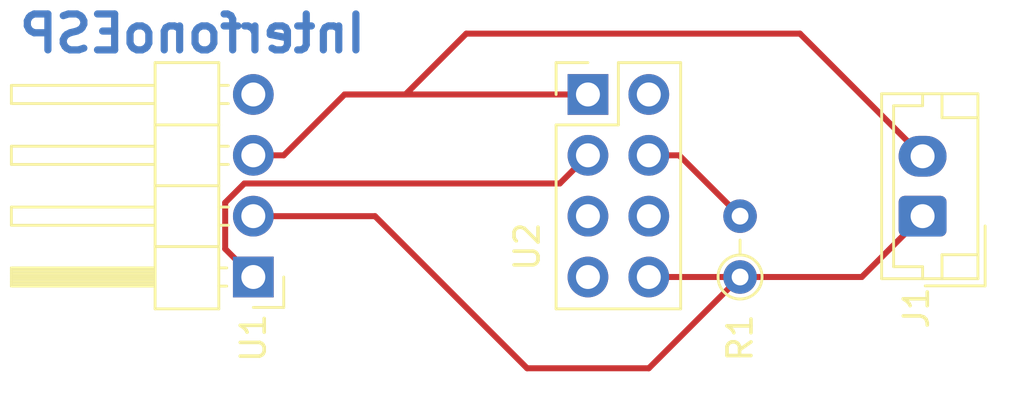
<source format=kicad_pcb>
(kicad_pcb (version 20171130) (host pcbnew "(5.1.7)-1")

  (general
    (thickness 1.6)
    (drawings 1)
    (tracks 21)
    (zones 0)
    (modules 4)
    (nets 10)
  )

  (page A4)
  (layers
    (0 F.Cu signal)
    (31 B.Cu signal)
    (32 B.Adhes user)
    (33 F.Adhes user)
    (34 B.Paste user)
    (35 F.Paste user)
    (36 B.SilkS user)
    (37 F.SilkS user)
    (38 B.Mask user)
    (39 F.Mask user)
    (40 Dwgs.User user)
    (41 Cmts.User user)
    (42 Eco1.User user)
    (43 Eco2.User user)
    (44 Edge.Cuts user)
    (45 Margin user)
    (46 B.CrtYd user)
    (47 F.CrtYd user)
    (48 B.Fab user)
    (49 F.Fab user)
  )

  (setup
    (last_trace_width 0.25)
    (trace_clearance 0.2)
    (zone_clearance 0.508)
    (zone_45_only no)
    (trace_min 0.2)
    (via_size 0.8)
    (via_drill 0.4)
    (via_min_size 0.4)
    (via_min_drill 0.3)
    (uvia_size 0.3)
    (uvia_drill 0.1)
    (uvias_allowed no)
    (uvia_min_size 0.2)
    (uvia_min_drill 0.1)
    (edge_width 0.05)
    (segment_width 0.2)
    (pcb_text_width 0.3)
    (pcb_text_size 1.5 1.5)
    (mod_edge_width 0.12)
    (mod_text_size 1 1)
    (mod_text_width 0.15)
    (pad_size 1.524 1.524)
    (pad_drill 0.762)
    (pad_to_mask_clearance 0)
    (aux_axis_origin 0 0)
    (visible_elements FFFFFF7F)
    (pcbplotparams
      (layerselection 0x010fc_ffffffff)
      (usegerberextensions false)
      (usegerberattributes true)
      (usegerberadvancedattributes true)
      (creategerberjobfile true)
      (excludeedgelayer true)
      (linewidth 0.100000)
      (plotframeref false)
      (viasonmask false)
      (mode 1)
      (useauxorigin false)
      (hpglpennumber 1)
      (hpglpenspeed 20)
      (hpglpendiameter 15.000000)
      (psnegative false)
      (psa4output false)
      (plotreference true)
      (plotvalue true)
      (plotinvisibletext false)
      (padsonsilk false)
      (subtractmaskfromsilk false)
      (outputformat 1)
      (mirror false)
      (drillshape 1)
      (scaleselection 1)
      (outputdirectory ""))
  )

  (net 0 "")
  (net 1 "Net-(J1-Pad1)")
  (net 2 "Net-(J1-Pad2)")
  (net 3 "Net-(R1-Pad2)")
  (net 4 "Net-(U1-Pad1)")
  (net 5 "Net-(U1-Pad4)")
  (net 6 "Net-(U2-Pad5)")
  (net 7 "Net-(U2-Pad7)")
  (net 8 "Net-(U2-Pad2)")
  (net 9 "Net-(U2-Pad6)")

  (net_class Default "This is the default net class."
    (clearance 0.2)
    (trace_width 0.25)
    (via_dia 0.8)
    (via_drill 0.4)
    (uvia_dia 0.3)
    (uvia_drill 0.1)
    (add_net "Net-(J1-Pad1)")
    (add_net "Net-(J1-Pad2)")
    (add_net "Net-(R1-Pad2)")
    (add_net "Net-(U1-Pad1)")
    (add_net "Net-(U1-Pad4)")
    (add_net "Net-(U2-Pad2)")
    (add_net "Net-(U2-Pad5)")
    (add_net "Net-(U2-Pad6)")
    (add_net "Net-(U2-Pad7)")
  )

  (module Connector_PinHeader_2.54mm:PinHeader_2x04_P2.54mm_Vertical (layer F.Cu) (tedit 59FED5CC) (tstamp 5FA1C56B)
    (at 158.75 91.44)
    (descr "Through hole straight pin header, 2x04, 2.54mm pitch, double rows")
    (tags "Through hole pin header THT 2x04 2.54mm double row")
    (path /5FA1D174)
    (fp_text reference U2 (at -2.54 6.35 90) (layer F.SilkS)
      (effects (font (size 1 1) (thickness 0.15)))
    )
    (fp_text value ESP-01 (at 1.27 10.16) (layer F.Fab)
      (effects (font (size 1 1) (thickness 0.15)))
    )
    (fp_line (start 4.35 -1.8) (end -1.8 -1.8) (layer F.CrtYd) (width 0.05))
    (fp_line (start 4.35 9.4) (end 4.35 -1.8) (layer F.CrtYd) (width 0.05))
    (fp_line (start -1.8 9.4) (end 4.35 9.4) (layer F.CrtYd) (width 0.05))
    (fp_line (start -1.8 -1.8) (end -1.8 9.4) (layer F.CrtYd) (width 0.05))
    (fp_line (start -1.33 -1.33) (end 0 -1.33) (layer F.SilkS) (width 0.12))
    (fp_line (start -1.33 0) (end -1.33 -1.33) (layer F.SilkS) (width 0.12))
    (fp_line (start 1.27 -1.33) (end 3.87 -1.33) (layer F.SilkS) (width 0.12))
    (fp_line (start 1.27 1.27) (end 1.27 -1.33) (layer F.SilkS) (width 0.12))
    (fp_line (start -1.33 1.27) (end 1.27 1.27) (layer F.SilkS) (width 0.12))
    (fp_line (start 3.87 -1.33) (end 3.87 8.95) (layer F.SilkS) (width 0.12))
    (fp_line (start -1.33 1.27) (end -1.33 8.95) (layer F.SilkS) (width 0.12))
    (fp_line (start -1.33 8.95) (end 3.87 8.95) (layer F.SilkS) (width 0.12))
    (fp_line (start -1.27 0) (end 0 -1.27) (layer F.Fab) (width 0.1))
    (fp_line (start -1.27 8.89) (end -1.27 0) (layer F.Fab) (width 0.1))
    (fp_line (start 3.81 8.89) (end -1.27 8.89) (layer F.Fab) (width 0.1))
    (fp_line (start 3.81 -1.27) (end 3.81 8.89) (layer F.Fab) (width 0.1))
    (fp_line (start 0 -1.27) (end 3.81 -1.27) (layer F.Fab) (width 0.1))
    (pad 1 thru_hole rect (at 0 0) (size 1.7 1.7) (drill 1) (layers *.Cu *.Mask)
      (net 2 "Net-(J1-Pad2)"))
    (pad 2 thru_hole oval (at 2.54 0) (size 1.7 1.7) (drill 1) (layers *.Cu *.Mask)
      (net 8 "Net-(U2-Pad2)"))
    (pad 3 thru_hole oval (at 0 2.54) (size 1.7 1.7) (drill 1) (layers *.Cu *.Mask)
      (net 4 "Net-(U1-Pad1)"))
    (pad 4 thru_hole oval (at 2.54 2.54) (size 1.7 1.7) (drill 1) (layers *.Cu *.Mask)
      (net 3 "Net-(R1-Pad2)"))
    (pad 5 thru_hole oval (at 0 5.08) (size 1.7 1.7) (drill 1) (layers *.Cu *.Mask)
      (net 6 "Net-(U2-Pad5)"))
    (pad 6 thru_hole oval (at 2.54 5.08) (size 1.7 1.7) (drill 1) (layers *.Cu *.Mask)
      (net 9 "Net-(U2-Pad6)"))
    (pad 7 thru_hole oval (at 0 7.62) (size 1.7 1.7) (drill 1) (layers *.Cu *.Mask)
      (net 7 "Net-(U2-Pad7)"))
    (pad 8 thru_hole oval (at 2.54 7.62) (size 1.7 1.7) (drill 1) (layers *.Cu *.Mask)
      (net 1 "Net-(J1-Pad1)"))
    (model ${KISYS3DMOD}/Connector_PinHeader_2.54mm.3dshapes/PinHeader_2x04_P2.54mm_Vertical.wrl
      (at (xyz 0 0 0))
      (scale (xyz 1 1 1))
      (rotate (xyz 0 0 0))
    )
  )

  (module Connector_JST:JST_EH_B2B-EH-A_1x02_P2.50mm_Vertical (layer F.Cu) (tedit 5C28142C) (tstamp 5FA1C4F1)
    (at 172.72 96.52 90)
    (descr "JST EH series connector, B2B-EH-A (http://www.jst-mfg.com/product/pdf/eng/eEH.pdf), generated with kicad-footprint-generator")
    (tags "connector JST EH vertical")
    (path /5FA20957)
    (fp_text reference J1 (at -3.83 -0.26 90) (layer F.SilkS)
      (effects (font (size 1 1) (thickness 0.15)))
    )
    (fp_text value Conn_01x02_Female (at 1.25 3.4 90) (layer F.Fab)
      (effects (font (size 1 1) (thickness 0.15)))
    )
    (fp_line (start -2.91 2.61) (end -0.41 2.61) (layer F.Fab) (width 0.1))
    (fp_line (start -2.91 0.11) (end -2.91 2.61) (layer F.Fab) (width 0.1))
    (fp_line (start -2.91 2.61) (end -0.41 2.61) (layer F.SilkS) (width 0.12))
    (fp_line (start -2.91 0.11) (end -2.91 2.61) (layer F.SilkS) (width 0.12))
    (fp_line (start 4.11 0.81) (end 4.11 2.31) (layer F.SilkS) (width 0.12))
    (fp_line (start 5.11 0.81) (end 4.11 0.81) (layer F.SilkS) (width 0.12))
    (fp_line (start -1.61 0.81) (end -1.61 2.31) (layer F.SilkS) (width 0.12))
    (fp_line (start -2.61 0.81) (end -1.61 0.81) (layer F.SilkS) (width 0.12))
    (fp_line (start 4.61 0) (end 5.11 0) (layer F.SilkS) (width 0.12))
    (fp_line (start 4.61 -1.21) (end 4.61 0) (layer F.SilkS) (width 0.12))
    (fp_line (start -2.11 -1.21) (end 4.61 -1.21) (layer F.SilkS) (width 0.12))
    (fp_line (start -2.11 0) (end -2.11 -1.21) (layer F.SilkS) (width 0.12))
    (fp_line (start -2.61 0) (end -2.11 0) (layer F.SilkS) (width 0.12))
    (fp_line (start 5.11 -1.71) (end -2.61 -1.71) (layer F.SilkS) (width 0.12))
    (fp_line (start 5.11 2.31) (end 5.11 -1.71) (layer F.SilkS) (width 0.12))
    (fp_line (start -2.61 2.31) (end 5.11 2.31) (layer F.SilkS) (width 0.12))
    (fp_line (start -2.61 -1.71) (end -2.61 2.31) (layer F.SilkS) (width 0.12))
    (fp_line (start 5.5 -2.1) (end -3 -2.1) (layer F.CrtYd) (width 0.05))
    (fp_line (start 5.5 2.7) (end 5.5 -2.1) (layer F.CrtYd) (width 0.05))
    (fp_line (start -3 2.7) (end 5.5 2.7) (layer F.CrtYd) (width 0.05))
    (fp_line (start -3 -2.1) (end -3 2.7) (layer F.CrtYd) (width 0.05))
    (fp_line (start 5 -1.6) (end -2.5 -1.6) (layer F.Fab) (width 0.1))
    (fp_line (start 5 2.2) (end 5 -1.6) (layer F.Fab) (width 0.1))
    (fp_line (start -2.5 2.2) (end 5 2.2) (layer F.Fab) (width 0.1))
    (fp_line (start -2.5 -1.6) (end -2.5 2.2) (layer F.Fab) (width 0.1))
    (pad 1 thru_hole roundrect (at 0 0 90) (size 1.7 2) (drill 1) (layers *.Cu *.Mask) (roundrect_rratio 0.147059)
      (net 1 "Net-(J1-Pad1)"))
    (pad 2 thru_hole oval (at 2.5 0 90) (size 1.7 2) (drill 1) (layers *.Cu *.Mask)
      (net 2 "Net-(J1-Pad2)"))
    (model ${KISYS3DMOD}/Connector_JST.3dshapes/JST_EH_B2B-EH-A_1x02_P2.50mm_Vertical.wrl
      (at (xyz 0 0 0))
      (scale (xyz 1 1 1))
      (rotate (xyz 0 0 0))
    )
  )

  (module Resistor_THT:R_Axial_DIN0204_L3.6mm_D1.6mm_P2.54mm_Vertical (layer F.Cu) (tedit 5AE5139B) (tstamp 5FA1C500)
    (at 165.1 99.06 90)
    (descr "Resistor, Axial_DIN0204 series, Axial, Vertical, pin pitch=2.54mm, 0.167W, length*diameter=3.6*1.6mm^2, http://cdn-reichelt.de/documents/datenblatt/B400/1_4W%23YAG.pdf")
    (tags "Resistor Axial_DIN0204 series Axial Vertical pin pitch 2.54mm 0.167W length 3.6mm diameter 1.6mm")
    (path /5FA224A3)
    (fp_text reference R1 (at -2.54 0 90) (layer F.SilkS)
      (effects (font (size 1 1) (thickness 0.15)))
    )
    (fp_text value 10K (at -2.54 1.92 90) (layer F.Fab)
      (effects (font (size 1 1) (thickness 0.15)))
    )
    (fp_line (start 3.49 -1.05) (end -1.05 -1.05) (layer F.CrtYd) (width 0.05))
    (fp_line (start 3.49 1.05) (end 3.49 -1.05) (layer F.CrtYd) (width 0.05))
    (fp_line (start -1.05 1.05) (end 3.49 1.05) (layer F.CrtYd) (width 0.05))
    (fp_line (start -1.05 -1.05) (end -1.05 1.05) (layer F.CrtYd) (width 0.05))
    (fp_line (start 0.92 0) (end 1.54 0) (layer F.SilkS) (width 0.12))
    (fp_line (start 0 0) (end 2.54 0) (layer F.Fab) (width 0.1))
    (fp_circle (center 0 0) (end 0.92 0) (layer F.SilkS) (width 0.12))
    (fp_circle (center 0 0) (end 0.8 0) (layer F.Fab) (width 0.1))
    (pad 1 thru_hole circle (at 0 0 90) (size 1.4 1.4) (drill 0.7) (layers *.Cu *.Mask)
      (net 1 "Net-(J1-Pad1)"))
    (pad 2 thru_hole oval (at 2.54 0 90) (size 1.4 1.4) (drill 0.7) (layers *.Cu *.Mask)
      (net 3 "Net-(R1-Pad2)"))
    (model ${KISYS3DMOD}/Resistor_THT.3dshapes/R_Axial_DIN0204_L3.6mm_D1.6mm_P2.54mm_Vertical.wrl
      (at (xyz 0 0 0))
      (scale (xyz 1 1 1))
      (rotate (xyz 0 0 0))
    )
  )

  (module Connector_PinHeader_2.54mm:PinHeader_1x04_P2.54mm_Horizontal (layer F.Cu) (tedit 59FED5CB) (tstamp 5FA1C54D)
    (at 144.78 99.06 180)
    (descr "Through hole angled pin header, 1x04, 2.54mm pitch, 6mm pin length, single row")
    (tags "Through hole angled pin header THT 1x04 2.54mm single row")
    (path /5FA1E83C)
    (fp_text reference U1 (at 0 -2.54 90) (layer F.SilkS)
      (effects (font (size 1 1) (thickness 0.15)))
    )
    (fp_text value KY-038 (at -2.54 -2.54 90) (layer F.Fab)
      (effects (font (size 1 1) (thickness 0.15)))
    )
    (fp_line (start 10.55 -1.8) (end -1.8 -1.8) (layer F.CrtYd) (width 0.05))
    (fp_line (start 10.55 9.4) (end 10.55 -1.8) (layer F.CrtYd) (width 0.05))
    (fp_line (start -1.8 9.4) (end 10.55 9.4) (layer F.CrtYd) (width 0.05))
    (fp_line (start -1.8 -1.8) (end -1.8 9.4) (layer F.CrtYd) (width 0.05))
    (fp_line (start -1.27 -1.27) (end 0 -1.27) (layer F.SilkS) (width 0.12))
    (fp_line (start -1.27 0) (end -1.27 -1.27) (layer F.SilkS) (width 0.12))
    (fp_line (start 1.042929 8) (end 1.44 8) (layer F.SilkS) (width 0.12))
    (fp_line (start 1.042929 7.24) (end 1.44 7.24) (layer F.SilkS) (width 0.12))
    (fp_line (start 10.1 8) (end 4.1 8) (layer F.SilkS) (width 0.12))
    (fp_line (start 10.1 7.24) (end 10.1 8) (layer F.SilkS) (width 0.12))
    (fp_line (start 4.1 7.24) (end 10.1 7.24) (layer F.SilkS) (width 0.12))
    (fp_line (start 1.44 6.35) (end 4.1 6.35) (layer F.SilkS) (width 0.12))
    (fp_line (start 1.042929 5.46) (end 1.44 5.46) (layer F.SilkS) (width 0.12))
    (fp_line (start 1.042929 4.7) (end 1.44 4.7) (layer F.SilkS) (width 0.12))
    (fp_line (start 10.1 5.46) (end 4.1 5.46) (layer F.SilkS) (width 0.12))
    (fp_line (start 10.1 4.7) (end 10.1 5.46) (layer F.SilkS) (width 0.12))
    (fp_line (start 4.1 4.7) (end 10.1 4.7) (layer F.SilkS) (width 0.12))
    (fp_line (start 1.44 3.81) (end 4.1 3.81) (layer F.SilkS) (width 0.12))
    (fp_line (start 1.042929 2.92) (end 1.44 2.92) (layer F.SilkS) (width 0.12))
    (fp_line (start 1.042929 2.16) (end 1.44 2.16) (layer F.SilkS) (width 0.12))
    (fp_line (start 10.1 2.92) (end 4.1 2.92) (layer F.SilkS) (width 0.12))
    (fp_line (start 10.1 2.16) (end 10.1 2.92) (layer F.SilkS) (width 0.12))
    (fp_line (start 4.1 2.16) (end 10.1 2.16) (layer F.SilkS) (width 0.12))
    (fp_line (start 1.44 1.27) (end 4.1 1.27) (layer F.SilkS) (width 0.12))
    (fp_line (start 1.11 0.38) (end 1.44 0.38) (layer F.SilkS) (width 0.12))
    (fp_line (start 1.11 -0.38) (end 1.44 -0.38) (layer F.SilkS) (width 0.12))
    (fp_line (start 4.1 0.28) (end 10.1 0.28) (layer F.SilkS) (width 0.12))
    (fp_line (start 4.1 0.16) (end 10.1 0.16) (layer F.SilkS) (width 0.12))
    (fp_line (start 4.1 0.04) (end 10.1 0.04) (layer F.SilkS) (width 0.12))
    (fp_line (start 4.1 -0.08) (end 10.1 -0.08) (layer F.SilkS) (width 0.12))
    (fp_line (start 4.1 -0.2) (end 10.1 -0.2) (layer F.SilkS) (width 0.12))
    (fp_line (start 4.1 -0.32) (end 10.1 -0.32) (layer F.SilkS) (width 0.12))
    (fp_line (start 10.1 0.38) (end 4.1 0.38) (layer F.SilkS) (width 0.12))
    (fp_line (start 10.1 -0.38) (end 10.1 0.38) (layer F.SilkS) (width 0.12))
    (fp_line (start 4.1 -0.38) (end 10.1 -0.38) (layer F.SilkS) (width 0.12))
    (fp_line (start 4.1 -1.33) (end 1.44 -1.33) (layer F.SilkS) (width 0.12))
    (fp_line (start 4.1 8.95) (end 4.1 -1.33) (layer F.SilkS) (width 0.12))
    (fp_line (start 1.44 8.95) (end 4.1 8.95) (layer F.SilkS) (width 0.12))
    (fp_line (start 1.44 -1.33) (end 1.44 8.95) (layer F.SilkS) (width 0.12))
    (fp_line (start 4.04 7.94) (end 10.04 7.94) (layer F.Fab) (width 0.1))
    (fp_line (start 10.04 7.3) (end 10.04 7.94) (layer F.Fab) (width 0.1))
    (fp_line (start 4.04 7.3) (end 10.04 7.3) (layer F.Fab) (width 0.1))
    (fp_line (start -0.32 7.94) (end 1.5 7.94) (layer F.Fab) (width 0.1))
    (fp_line (start -0.32 7.3) (end -0.32 7.94) (layer F.Fab) (width 0.1))
    (fp_line (start -0.32 7.3) (end 1.5 7.3) (layer F.Fab) (width 0.1))
    (fp_line (start 4.04 5.4) (end 10.04 5.4) (layer F.Fab) (width 0.1))
    (fp_line (start 10.04 4.76) (end 10.04 5.4) (layer F.Fab) (width 0.1))
    (fp_line (start 4.04 4.76) (end 10.04 4.76) (layer F.Fab) (width 0.1))
    (fp_line (start -0.32 5.4) (end 1.5 5.4) (layer F.Fab) (width 0.1))
    (fp_line (start -0.32 4.76) (end -0.32 5.4) (layer F.Fab) (width 0.1))
    (fp_line (start -0.32 4.76) (end 1.5 4.76) (layer F.Fab) (width 0.1))
    (fp_line (start 4.04 2.86) (end 10.04 2.86) (layer F.Fab) (width 0.1))
    (fp_line (start 10.04 2.22) (end 10.04 2.86) (layer F.Fab) (width 0.1))
    (fp_line (start 4.04 2.22) (end 10.04 2.22) (layer F.Fab) (width 0.1))
    (fp_line (start -0.32 2.86) (end 1.5 2.86) (layer F.Fab) (width 0.1))
    (fp_line (start -0.32 2.22) (end -0.32 2.86) (layer F.Fab) (width 0.1))
    (fp_line (start -0.32 2.22) (end 1.5 2.22) (layer F.Fab) (width 0.1))
    (fp_line (start 4.04 0.32) (end 10.04 0.32) (layer F.Fab) (width 0.1))
    (fp_line (start 10.04 -0.32) (end 10.04 0.32) (layer F.Fab) (width 0.1))
    (fp_line (start 4.04 -0.32) (end 10.04 -0.32) (layer F.Fab) (width 0.1))
    (fp_line (start -0.32 0.32) (end 1.5 0.32) (layer F.Fab) (width 0.1))
    (fp_line (start -0.32 -0.32) (end -0.32 0.32) (layer F.Fab) (width 0.1))
    (fp_line (start -0.32 -0.32) (end 1.5 -0.32) (layer F.Fab) (width 0.1))
    (fp_line (start 1.5 -0.635) (end 2.135 -1.27) (layer F.Fab) (width 0.1))
    (fp_line (start 1.5 8.89) (end 1.5 -0.635) (layer F.Fab) (width 0.1))
    (fp_line (start 4.04 8.89) (end 1.5 8.89) (layer F.Fab) (width 0.1))
    (fp_line (start 4.04 -1.27) (end 4.04 8.89) (layer F.Fab) (width 0.1))
    (fp_line (start 2.135 -1.27) (end 4.04 -1.27) (layer F.Fab) (width 0.1))
    (pad 1 thru_hole rect (at 0 0 180) (size 1.7 1.7) (drill 1) (layers *.Cu *.Mask)
      (net 4 "Net-(U1-Pad1)"))
    (pad 2 thru_hole oval (at 0 2.54 180) (size 1.7 1.7) (drill 1) (layers *.Cu *.Mask)
      (net 1 "Net-(J1-Pad1)"))
    (pad 3 thru_hole oval (at 0 5.08 180) (size 1.7 1.7) (drill 1) (layers *.Cu *.Mask)
      (net 2 "Net-(J1-Pad2)"))
    (pad 4 thru_hole oval (at 0 7.62 180) (size 1.7 1.7) (drill 1) (layers *.Cu *.Mask)
      (net 5 "Net-(U1-Pad4)"))
    (model ${KISYS3DMOD}/Connector_PinHeader_2.54mm.3dshapes/PinHeader_1x04_P2.54mm_Horizontal.wrl
      (at (xyz 0 0 0))
      (scale (xyz 1 1 1))
      (rotate (xyz 0 0 0))
    )
  )

  (gr_text InterfonoESP (at 142.24 88.9) (layer B.Cu)
    (effects (font (size 1.5 1.5) (thickness 0.3)) (justify mirror))
  )

  (segment (start 144.78 96.52) (end 149.86 96.52) (width 0.25) (layer F.Cu) (net 1))
  (segment (start 149.86 96.52) (end 156.21 102.87) (width 0.25) (layer F.Cu) (net 1))
  (segment (start 161.29 102.87) (end 165.1 99.06) (width 0.25) (layer F.Cu) (net 1))
  (segment (start 156.21 102.87) (end 161.29 102.87) (width 0.25) (layer F.Cu) (net 1))
  (segment (start 161.29 99.06) (end 165.1 99.06) (width 0.25) (layer F.Cu) (net 1))
  (segment (start 170.18 99.06) (end 172.72 96.52) (width 0.25) (layer F.Cu) (net 1))
  (segment (start 165.1 99.06) (end 170.18 99.06) (width 0.25) (layer F.Cu) (net 1))
  (segment (start 144.78 93.98) (end 146.05 93.98) (width 0.25) (layer F.Cu) (net 2))
  (segment (start 148.59 91.44) (end 158.75 91.44) (width 0.25) (layer F.Cu) (net 2))
  (segment (start 146.05 93.98) (end 148.59 91.44) (width 0.25) (layer F.Cu) (net 2))
  (segment (start 148.59 91.44) (end 151.13 91.44) (width 0.25) (layer F.Cu) (net 2))
  (segment (start 151.13 91.44) (end 153.67 88.9) (width 0.25) (layer F.Cu) (net 2))
  (segment (start 167.6 88.9) (end 172.72 94.02) (width 0.25) (layer F.Cu) (net 2))
  (segment (start 153.67 88.9) (end 167.6 88.9) (width 0.25) (layer F.Cu) (net 2))
  (segment (start 162.56 93.98) (end 165.1 96.52) (width 0.25) (layer F.Cu) (net 3))
  (segment (start 161.29 93.98) (end 162.56 93.98) (width 0.25) (layer F.Cu) (net 3))
  (segment (start 157.574999 95.155001) (end 158.75 93.98) (width 0.25) (layer F.Cu) (net 4))
  (segment (start 144.405997 95.155001) (end 157.574999 95.155001) (width 0.25) (layer F.Cu) (net 4))
  (segment (start 143.604999 95.955999) (end 144.405997 95.155001) (width 0.25) (layer F.Cu) (net 4))
  (segment (start 143.604999 97.884999) (end 143.604999 95.955999) (width 0.25) (layer F.Cu) (net 4))
  (segment (start 144.78 99.06) (end 143.604999 97.884999) (width 0.25) (layer F.Cu) (net 4))

)

</source>
